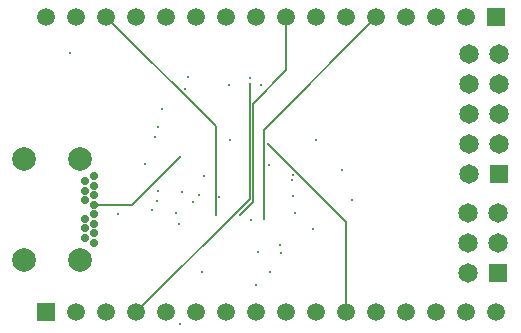
<source format=gbl>
G04*
G04 #@! TF.GenerationSoftware,Altium Limited,Altium Designer,24.2.2 (26)*
G04*
G04 Layer_Physical_Order=6*
G04 Layer_Color=16711680*
%FSLAX44Y44*%
%MOMM*%
G71*
G04*
G04 #@! TF.SameCoordinates,B7ABE9E6-FD17-4C81-B930-EBB6A9B4DABB*
G04*
G04*
G04 #@! TF.FilePolarity,Positive*
G04*
G01*
G75*
%ADD71C,0.1270*%
%ADD72R,1.5000X1.5000*%
%ADD73C,1.5000*%
%ADD74C,1.6500*%
%ADD75R,1.6500X1.6500*%
%ADD76C,0.7000*%
%ADD77C,2.0100*%
%ADD78C,0.2540*%
D71*
X519176Y1064006D02*
Y1160780D01*
X419288Y1058860D02*
X459994Y1099566D01*
X422910Y967740D02*
X519176Y1064006D01*
X530500Y1122320D02*
X626110Y1217930D01*
X530500Y1046882D02*
Y1122320D01*
X490220Y1050290D02*
Y1125220D01*
X397510Y1217930D02*
X490220Y1125220D01*
X386730Y1058860D02*
X419288D01*
X549910Y1172972D02*
Y1217930D01*
X521208Y1144270D02*
X549910Y1172972D01*
X521208Y1061252D02*
Y1144270D01*
X510500Y1050544D02*
X521208Y1061252D01*
X534670Y1110488D02*
X600710Y1044448D01*
Y967740D02*
Y1044448D01*
D72*
X727710Y1217930D02*
D03*
X346710Y967740D02*
D03*
D73*
X702310Y1217930D02*
D03*
X676910D02*
D03*
X651510D02*
D03*
X626110D02*
D03*
X600710D02*
D03*
X575310D02*
D03*
X549910D02*
D03*
X524510D02*
D03*
X499110D02*
D03*
X473710D02*
D03*
X448310D02*
D03*
X422910D02*
D03*
X397510D02*
D03*
X372110D02*
D03*
X346710D02*
D03*
X727710Y967740D02*
D03*
X702310D02*
D03*
X676910D02*
D03*
X651510D02*
D03*
X626110D02*
D03*
X600710D02*
D03*
X575310D02*
D03*
X549910D02*
D03*
X524510D02*
D03*
X499110D02*
D03*
X473710D02*
D03*
X448310D02*
D03*
X422910D02*
D03*
X397510D02*
D03*
X372110D02*
D03*
D74*
X704850Y1186180D02*
D03*
X730250D02*
D03*
X704850Y1160780D02*
D03*
X730250D02*
D03*
X704850Y1135380D02*
D03*
X730250D02*
D03*
X704850Y1109980D02*
D03*
X730250D02*
D03*
X704850Y1084580D02*
D03*
X703580Y1051560D02*
D03*
X728980D02*
D03*
X703580Y1026160D02*
D03*
X728980D02*
D03*
X703580Y1000760D02*
D03*
D75*
X730250Y1084580D02*
D03*
X728980Y1000760D02*
D03*
D76*
X386730Y1026860D02*
D03*
X379730Y1030860D02*
D03*
Y1038860D02*
D03*
X386730Y1042860D02*
D03*
X379730Y1046860D02*
D03*
X386730Y1050860D02*
D03*
Y1058860D02*
D03*
X379730Y1062860D02*
D03*
X386730Y1066860D02*
D03*
X379730Y1070860D02*
D03*
Y1078860D02*
D03*
X386730Y1082860D02*
D03*
Y1074860D02*
D03*
Y1034860D02*
D03*
D77*
X375230Y1097560D02*
D03*
Y1012160D02*
D03*
X327930Y1097560D02*
D03*
Y1012160D02*
D03*
D78*
X440133Y1062035D02*
D03*
X528574Y1160526D02*
D03*
X501142D02*
D03*
X466598Y1167130D02*
D03*
X519176Y1160780D02*
D03*
X441452Y1070610D02*
D03*
X436372Y1054862D02*
D03*
X459994Y1099566D02*
D03*
X574548Y1113917D02*
D03*
X501904Y1113536D02*
D03*
X519430Y1165860D02*
D03*
X430022Y1093216D02*
D03*
X535686Y1002030D02*
D03*
X544945Y1017691D02*
D03*
X544830Y1024890D02*
D03*
X555659Y1066639D02*
D03*
X554282Y1079500D02*
D03*
X478790Y1001776D02*
D03*
X597154Y1088136D02*
D03*
X530500Y1046882D02*
D03*
X525500Y1018540D02*
D03*
X480500Y1083124D02*
D03*
X490220Y1050290D02*
D03*
X492760Y1065246D02*
D03*
X441452Y1124458D02*
D03*
X407162Y1050860D02*
D03*
X555752Y1083818D02*
D03*
X572770Y1038606D02*
D03*
X438510Y1115970D02*
D03*
X367030Y1187450D02*
D03*
X464058Y1157224D02*
D03*
X535500Y1092962D02*
D03*
X475500Y1067538D02*
D03*
X470916Y1061212D02*
D03*
X605536Y1062990D02*
D03*
X458724Y1042670D02*
D03*
X461645Y1070102D02*
D03*
X444754Y1139698D02*
D03*
X524140Y991362D02*
D03*
X557276Y1051560D02*
D03*
X520192Y1045718D02*
D03*
X456438Y1052322D02*
D03*
X510500Y1050544D02*
D03*
X459994Y958342D02*
D03*
X534670Y1110488D02*
D03*
M02*

</source>
